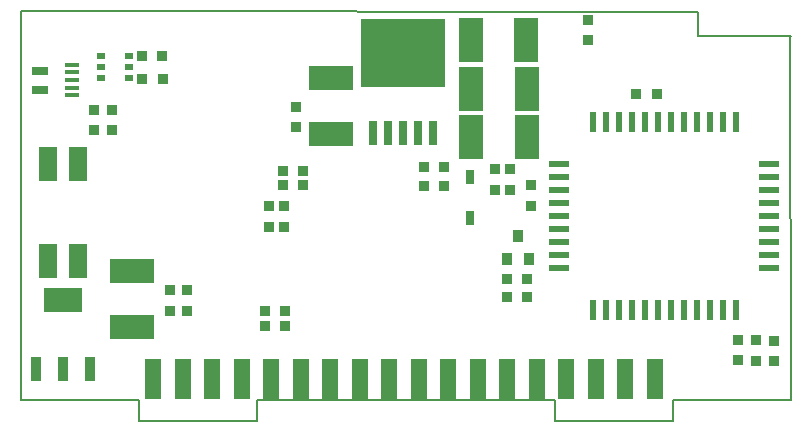
<source format=gbr>
G04 PROTEUS RS274X GERBER FILE*
%FSLAX45Y45*%
%MOMM*%
G01*
%ADD23R,2.032000X3.810000*%
%ADD26R,0.760000X2.000000*%
%ADD27R,7.100000X5.850000*%
%ADD28R,0.600000X1.800000*%
%ADD29R,1.800000X0.600000*%
%ADD72R,0.939800X2.159000*%
%ADD73R,3.251200X2.159000*%
%ADD30R,0.800000X1.150000*%
%ADD31R,1.397000X3.505200*%
%ADD32R,3.810000X2.032000*%
%ADD33R,1.250000X0.400000*%
%ADD35R,1.350000X0.800000*%
%ADD38R,0.635000X0.508000*%
%ADD39R,0.889000X0.889000*%
%ADD40R,0.889000X1.016000*%
%ADD41R,1.600200X2.997200*%
%ADD42C,0.203200*%
D23*
X+4627760Y-1000380D03*
X+5100200Y-1000380D03*
D26*
X+3805580Y-1788220D03*
X+3932580Y-1788220D03*
X+4059580Y-1788220D03*
X+4186580Y-1788220D03*
X+4313580Y-1788220D03*
D27*
X+4059580Y-1110220D03*
D28*
X+5662160Y-3281200D03*
X+5772160Y-3281200D03*
X+5882160Y-3281200D03*
X+5992160Y-3281200D03*
X+6102160Y-3281200D03*
X+6212160Y-3281200D03*
X+6322160Y-3281200D03*
X+6432160Y-3281200D03*
X+6542160Y-3281200D03*
X+6652160Y-3281200D03*
X+6762160Y-3281200D03*
X+6872160Y-3281200D03*
D29*
X+7157160Y-2926200D03*
X+7157160Y-2816200D03*
X+7157160Y-2706200D03*
X+7157160Y-2596200D03*
X+7157160Y-2486200D03*
X+7157160Y-2376200D03*
X+7157160Y-2266200D03*
X+7157160Y-2156200D03*
X+7157160Y-2046200D03*
D28*
X+6872160Y-1691200D03*
X+6762160Y-1691200D03*
X+6652160Y-1691200D03*
X+6542160Y-1691200D03*
X+6432160Y-1691200D03*
X+6322160Y-1691200D03*
X+6212160Y-1691200D03*
X+6102160Y-1691200D03*
X+5992160Y-1691200D03*
X+5882160Y-1691200D03*
X+5772160Y-1691200D03*
X+5662160Y-1691200D03*
D29*
X+5377160Y-2046200D03*
X+5377160Y-2156200D03*
X+5377160Y-2266200D03*
X+5377160Y-2376200D03*
X+5377160Y-2486200D03*
X+5377160Y-2596200D03*
X+5377160Y-2706200D03*
X+5377160Y-2816200D03*
X+5377160Y-2926200D03*
D72*
X+950000Y-3780000D03*
X+1180000Y-3780000D03*
X+1410000Y-3780000D03*
D73*
X+1180000Y-3200000D03*
D30*
X+4624820Y-2158040D03*
X+4624820Y-2508040D03*
D23*
X+4629400Y-1411720D03*
X+5101840Y-1411720D03*
D31*
X+1940000Y-3870000D03*
X+2190000Y-3870000D03*
X+2440000Y-3870000D03*
X+2690000Y-3870000D03*
X+2940000Y-3870000D03*
X+3190000Y-3870000D03*
X+3440000Y-3870000D03*
X+3690000Y-3870000D03*
X+3940000Y-3870000D03*
X+4190000Y-3870000D03*
X+4440000Y-3870000D03*
X+4690000Y-3870000D03*
X+4940000Y-3870000D03*
X+5190000Y-3870000D03*
X+5440000Y-3870000D03*
X+5690000Y-3870000D03*
X+5940000Y-3870000D03*
X+6190000Y-3870000D03*
D23*
X+4630260Y-1820100D03*
X+5102700Y-1820100D03*
D32*
X+1757680Y-2951480D03*
X+1757680Y-3423920D03*
D33*
X+1249920Y-1466660D03*
X+1249920Y-1401580D03*
X+1249920Y-1336500D03*
X+1249920Y-1271420D03*
X+1249920Y-1205660D03*
D35*
X+981920Y-1416500D03*
X+981920Y-1256500D03*
D38*
X+1738280Y-1322740D03*
X+1738280Y-1228760D03*
X+1738280Y-1132240D03*
X+1499520Y-1132240D03*
X+1499520Y-1226220D03*
X+1499520Y-1322740D03*
D39*
X+2021280Y-1331300D03*
X+1848560Y-1331300D03*
X+2016360Y-1136220D03*
X+1843640Y-1136220D03*
X+4232113Y-2073729D03*
X+4404833Y-2073729D03*
X+4403420Y-2234580D03*
X+4230700Y-2234580D03*
X+7199620Y-3544520D03*
X+7199620Y-3717240D03*
X+6894760Y-3536020D03*
X+6894760Y-3708740D03*
X+7047240Y-3539540D03*
X+7047240Y-3712260D03*
X+6203900Y-1456700D03*
X+6031180Y-1456700D03*
X+5619700Y-824240D03*
X+5619700Y-996960D03*
D40*
X+5030580Y-2660640D03*
X+4936600Y-2851140D03*
X+5124560Y-2851140D03*
D39*
X+4936600Y-3023860D03*
X+5109320Y-3023860D03*
X+4936600Y-3176260D03*
X+5109320Y-3176260D03*
X+4961900Y-2264460D03*
X+4961900Y-2091740D03*
X+4832360Y-2264460D03*
X+4832360Y-2091740D03*
X+5137100Y-2228860D03*
X+5137100Y-2401580D03*
D32*
X+3442960Y-1794460D03*
X+3442960Y-1322020D03*
D39*
X+2084020Y-3115320D03*
X+2084020Y-3288040D03*
X+2228800Y-3115320D03*
X+2228800Y-3288040D03*
X+3061280Y-3295500D03*
X+2888560Y-3295500D03*
X+3061160Y-3422600D03*
X+2888440Y-3422600D03*
X+3148280Y-1733560D03*
X+3148280Y-1560840D03*
X+3051760Y-2579380D03*
X+3051760Y-2406660D03*
X+2922220Y-2579380D03*
X+2922220Y-2406660D03*
X+3209340Y-2106920D03*
X+3036620Y-2106920D03*
X+3211780Y-2221240D03*
X+3039060Y-2221240D03*
D41*
X+1052051Y-2870000D03*
X+1306051Y-2870000D03*
X+1306051Y-2048000D03*
X+1052051Y-2048000D03*
D39*
X+1440000Y-1587280D03*
X+1440000Y-1760000D03*
X+1590000Y-1590000D03*
X+1590000Y-1762720D03*
D42*
X+818980Y-4046380D02*
X+818980Y-756380D01*
X+7338980Y-4046380D02*
X+7336440Y-966720D01*
X+817880Y-754380D02*
X+6554000Y-756920D01*
X+1818640Y-4046220D02*
X+1818640Y-4216700D01*
X+1818640Y-4218940D02*
X+2016760Y-4218940D01*
X+1818640Y-4218940D02*
X+2817020Y-4218940D01*
X+2817460Y-4047860D02*
X+2817460Y-4218340D01*
X+2816860Y-4046220D02*
X+5341620Y-4046220D01*
X+1818640Y-4046220D02*
X+817880Y-4046220D01*
X+5341620Y-4218940D02*
X+5341620Y-4046220D01*
X+6339840Y-4046220D02*
X+7338060Y-4046220D01*
X+6339840Y-4218940D02*
X+6339840Y-4046220D01*
X+5341620Y-4218940D02*
X+6339840Y-4218940D01*
X+6554000Y-756920D02*
X+6554000Y-967260D01*
X+7338060Y-967260D01*
M02*

</source>
